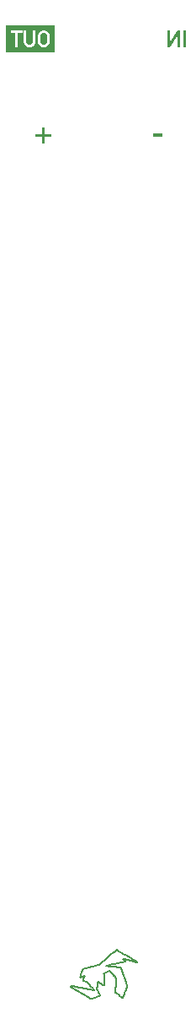
<source format=gbr>
%TF.GenerationSoftware,KiCad,Pcbnew,7.0.2-0*%
%TF.CreationDate,2023-06-28T16:36:39-04:00*%
%TF.ProjectId,Escanaba Euclidean Panel,45736361-6e61-4626-9120-4575636c6964,rev?*%
%TF.SameCoordinates,Original*%
%TF.FileFunction,Legend,Bot*%
%TF.FilePolarity,Positive*%
%FSLAX46Y46*%
G04 Gerber Fmt 4.6, Leading zero omitted, Abs format (unit mm)*
G04 Created by KiCad (PCBNEW 7.0.2-0) date 2023-06-28 16:36:39*
%MOMM*%
%LPD*%
G01*
G04 APERTURE LIST*
%ADD10C,0.127000*%
%ADD11C,0.200000*%
G04 APERTURE END LIST*
D10*
X99104737Y-154979559D02*
X99108379Y-154979970D01*
X99111851Y-154980614D01*
X99115102Y-154981495D01*
X99116629Y-154982025D01*
X99118082Y-154982615D01*
X99119455Y-154983267D01*
X99120740Y-154983980D01*
X99301980Y-155083531D01*
X99483219Y-155185068D01*
X99614518Y-155257825D01*
X99680788Y-155294452D01*
X99747802Y-155330583D01*
X100160552Y-155558122D01*
X100446302Y-155716875D01*
X100859052Y-155941774D01*
X101187135Y-156116395D01*
X101191561Y-156118969D01*
X101195874Y-156121729D01*
X101200024Y-156124675D01*
X101203961Y-156127806D01*
X101207635Y-156131124D01*
X101209357Y-156132853D01*
X101210994Y-156134628D01*
X101212540Y-156136450D01*
X101213989Y-156138318D01*
X101215335Y-156140233D01*
X101216570Y-156142194D01*
X101217689Y-156144202D01*
X101218686Y-156146256D01*
X101219553Y-156148357D01*
X101220286Y-156150504D01*
X101220877Y-156152698D01*
X101221320Y-156154938D01*
X101221609Y-156157225D01*
X101221738Y-156159558D01*
X101221700Y-156161937D01*
X101221489Y-156164363D01*
X101221099Y-156166836D01*
X101220523Y-156169355D01*
X101219756Y-156171920D01*
X101218790Y-156174532D01*
X101217620Y-156177190D01*
X101216239Y-156179895D01*
X101213198Y-156184726D01*
X101210018Y-156189274D01*
X101206682Y-156193505D01*
X101204951Y-156195490D01*
X101203176Y-156197383D01*
X101201354Y-156199178D01*
X101199483Y-156200873D01*
X101197563Y-156202462D01*
X101195590Y-156203941D01*
X101193562Y-156205305D01*
X101191479Y-156206551D01*
X101189337Y-156207674D01*
X101187135Y-156208669D01*
X101184872Y-156209533D01*
X101182544Y-156210260D01*
X101180150Y-156210847D01*
X101177689Y-156211289D01*
X101175158Y-156211582D01*
X101172555Y-156211721D01*
X101169878Y-156211702D01*
X101167126Y-156211521D01*
X101164297Y-156211174D01*
X101161388Y-156210655D01*
X101158397Y-156209961D01*
X101155323Y-156209087D01*
X101152164Y-156208029D01*
X101148918Y-156206782D01*
X101145583Y-156205343D01*
X101142156Y-156203706D01*
X101134655Y-156200413D01*
X101127041Y-156197458D01*
X101119326Y-156194805D01*
X101111522Y-156192419D01*
X101103641Y-156190266D01*
X101095694Y-156188311D01*
X101079648Y-156184854D01*
X101047278Y-156178777D01*
X101031139Y-156175598D01*
X101015156Y-156171953D01*
X100981463Y-156163976D01*
X100948018Y-156155752D01*
X100931466Y-156151469D01*
X100915069Y-156147030D01*
X100898858Y-156142404D01*
X100882864Y-156137559D01*
X100841193Y-156125694D01*
X100799521Y-156114078D01*
X100757849Y-156102957D01*
X100716177Y-156092577D01*
X100670537Y-156081125D01*
X100624896Y-156070419D01*
X100533615Y-156050241D01*
X100442334Y-156026099D01*
X100396693Y-156013408D01*
X100351052Y-155999971D01*
X100176426Y-155957635D01*
X100085145Y-155933493D01*
X100039505Y-155920802D01*
X99993865Y-155907365D01*
X99873479Y-155874623D01*
X99813039Y-155858623D01*
X99782973Y-155851043D01*
X99753094Y-155843866D01*
X99750118Y-155843430D01*
X99747141Y-155843106D01*
X99744164Y-155842883D01*
X99741188Y-155842749D01*
X99738211Y-155842693D01*
X99735235Y-155842702D01*
X99729281Y-155842873D01*
X99717375Y-155843494D01*
X99711422Y-155843757D01*
X99705469Y-155843866D01*
X99716383Y-155863049D01*
X99717765Y-155865249D01*
X99719189Y-155867380D01*
X99720668Y-155869433D01*
X99722212Y-155871401D01*
X99723834Y-155873277D01*
X99725546Y-155875051D01*
X99727358Y-155876717D01*
X99729282Y-155878267D01*
X99935656Y-156058183D01*
X99938276Y-156060716D01*
X99940680Y-156063348D01*
X99942869Y-156066069D01*
X99944844Y-156068870D01*
X99946606Y-156071740D01*
X99948155Y-156074670D01*
X99949494Y-156077651D01*
X99950622Y-156080672D01*
X99951540Y-156083725D01*
X99952251Y-156086798D01*
X99952754Y-156089884D01*
X99953050Y-156092971D01*
X99953142Y-156096050D01*
X99953029Y-156099112D01*
X99952712Y-156102147D01*
X99952193Y-156105145D01*
X99951472Y-156108096D01*
X99950551Y-156110992D01*
X99949430Y-156113821D01*
X99948110Y-156116575D01*
X99946593Y-156119244D01*
X99944879Y-156121817D01*
X99942970Y-156124286D01*
X99940865Y-156126641D01*
X99938567Y-156128871D01*
X99936076Y-156130968D01*
X99933393Y-156132922D01*
X99930520Y-156134722D01*
X99927456Y-156136360D01*
X99924204Y-156137825D01*
X99920763Y-156139108D01*
X99917136Y-156140199D01*
X99869511Y-156151651D01*
X99821886Y-156162357D01*
X99726635Y-156182535D01*
X99575822Y-156211633D01*
X99536135Y-156221514D01*
X99496448Y-156231147D01*
X99456760Y-156240286D01*
X99436916Y-156244592D01*
X99417073Y-156248682D01*
X99282136Y-156277780D01*
X99242035Y-156286172D01*
X99201438Y-156295309D01*
X99160841Y-156304943D01*
X99120740Y-156314828D01*
X98977865Y-156346574D01*
X98940121Y-156354924D01*
X98902128Y-156363771D01*
X98863639Y-156372617D01*
X98844131Y-156376886D01*
X98824406Y-156380968D01*
X98786744Y-156388495D01*
X98749330Y-156395524D01*
X98712412Y-156402551D01*
X98694217Y-156406219D01*
X98676239Y-156410074D01*
X98477802Y-156460344D01*
X98458831Y-156464199D01*
X98439644Y-156467868D01*
X98400742Y-156474896D01*
X98361344Y-156481923D01*
X98321698Y-156489442D01*
X98174854Y-156521523D01*
X98101432Y-156538185D01*
X98028010Y-156555589D01*
X98027514Y-156555604D01*
X98027018Y-156555649D01*
X98026522Y-156555722D01*
X98026025Y-156555822D01*
X98025529Y-156555946D01*
X98025033Y-156556095D01*
X98024041Y-156556457D01*
X98023049Y-156556896D01*
X98022056Y-156557402D01*
X98021064Y-156557961D01*
X98020072Y-156558564D01*
X98018088Y-156559850D01*
X98016103Y-156561167D01*
X98015111Y-156561808D01*
X98014119Y-156562423D01*
X98013126Y-156562998D01*
X98012134Y-156563524D01*
X98012630Y-156563787D01*
X98013126Y-156564079D01*
X98014119Y-156564739D01*
X98015111Y-156565484D01*
X98016103Y-156566295D01*
X98018088Y-156568038D01*
X98020072Y-156569811D01*
X98021064Y-156570661D01*
X98022056Y-156571461D01*
X98023049Y-156572191D01*
X98024041Y-156572831D01*
X98024537Y-156573112D01*
X98025033Y-156573363D01*
X98025529Y-156573582D01*
X98026025Y-156573767D01*
X98026522Y-156573915D01*
X98027018Y-156574024D01*
X98027514Y-156574091D01*
X98028010Y-156574113D01*
X98095065Y-156581596D01*
X98161624Y-156588336D01*
X98295238Y-156600572D01*
X98538655Y-156627031D01*
X98813821Y-156653490D01*
X99067821Y-156679948D01*
X99145625Y-156687434D01*
X99223925Y-156694174D01*
X99380029Y-156706415D01*
X99396783Y-156707531D01*
X99413350Y-156708895D01*
X99429794Y-156710507D01*
X99446175Y-156712367D01*
X99462557Y-156714474D01*
X99479000Y-156716829D01*
X99495568Y-156719432D01*
X99512321Y-156722284D01*
X99513576Y-156722330D01*
X99514859Y-156722465D01*
X99516166Y-156722687D01*
X99517494Y-156722992D01*
X99518839Y-156723376D01*
X99520198Y-156723836D01*
X99522946Y-156724971D01*
X99525708Y-156726370D01*
X99528460Y-156728005D01*
X99531172Y-156729849D01*
X99533818Y-156731876D01*
X99536372Y-156734057D01*
X99538805Y-156736367D01*
X99541091Y-156738777D01*
X99543203Y-156741261D01*
X99545113Y-156743791D01*
X99546794Y-156746341D01*
X99548220Y-156748883D01*
X99549363Y-156751390D01*
X99564783Y-156791077D01*
X99579459Y-156830762D01*
X99593639Y-156870448D01*
X99607571Y-156910135D01*
X99626960Y-156965700D01*
X99645605Y-157021264D01*
X99681654Y-157132387D01*
X99717373Y-157235905D01*
X99753092Y-157341409D01*
X99827175Y-157555719D01*
X99898613Y-157764741D01*
X99967404Y-157973772D01*
X100018667Y-158115321D01*
X100043678Y-158185850D01*
X100067946Y-158256876D01*
X100168487Y-158545267D01*
X100171774Y-158554419D01*
X100175432Y-158563912D01*
X100179091Y-158573593D01*
X100180804Y-158578454D01*
X100182378Y-158583304D01*
X100183765Y-158588123D01*
X100184920Y-158592891D01*
X100185796Y-158597590D01*
X100186346Y-158602199D01*
X100186525Y-158606700D01*
X100186460Y-158608903D01*
X100186284Y-158611072D01*
X100185993Y-158613205D01*
X100185579Y-158615298D01*
X100185037Y-158617349D01*
X100184362Y-158619356D01*
X100174967Y-158648129D01*
X100164766Y-158676901D01*
X100153945Y-158705673D01*
X100142690Y-158734445D01*
X100119622Y-158791989D01*
X100097049Y-158849535D01*
X100050747Y-158970912D01*
X100027844Y-159030734D01*
X100004446Y-159090311D01*
X99938300Y-159249063D01*
X99907335Y-159330795D01*
X99877115Y-159412773D01*
X99846398Y-159494256D01*
X99830466Y-159534580D01*
X99813945Y-159574502D01*
X99804664Y-159596205D01*
X99794763Y-159617661D01*
X99784365Y-159638869D01*
X99773596Y-159659829D01*
X99751437Y-159701005D01*
X99729278Y-159741189D01*
X99727511Y-159744081D01*
X99725684Y-159746802D01*
X99723799Y-159749353D01*
X99721858Y-159751733D01*
X99719862Y-159753942D01*
X99717814Y-159755981D01*
X99715716Y-159757849D01*
X99713569Y-159759547D01*
X99711375Y-159761075D01*
X99709138Y-159762431D01*
X99706857Y-159763617D01*
X99704536Y-159764633D01*
X99702176Y-159765478D01*
X99699779Y-159766153D01*
X99697347Y-159766657D01*
X99694883Y-159766990D01*
X99692387Y-159767153D01*
X99689862Y-159767145D01*
X99687310Y-159766967D01*
X99684733Y-159766619D01*
X99682133Y-159766099D01*
X99679511Y-159765410D01*
X99676871Y-159764549D01*
X99674212Y-159763518D01*
X99671538Y-159762317D01*
X99668851Y-159760945D01*
X99666152Y-159759402D01*
X99663443Y-159757689D01*
X99660726Y-159755806D01*
X99658004Y-159753752D01*
X99655277Y-159751527D01*
X99652549Y-159749132D01*
X99570528Y-159677690D01*
X99439890Y-159574506D01*
X99375191Y-159522916D01*
X99311236Y-159471323D01*
X99123382Y-159312570D01*
X99105440Y-159296737D01*
X99096314Y-159288897D01*
X99087002Y-159281150D01*
X99077442Y-159273527D01*
X99067572Y-159266058D01*
X99062501Y-159262392D01*
X99057330Y-159258776D01*
X99052050Y-159255214D01*
X99046653Y-159251710D01*
X99038788Y-159246712D01*
X99031109Y-159241613D01*
X99023678Y-159236374D01*
X99016557Y-159230958D01*
X99009808Y-159225324D01*
X99003493Y-159219435D01*
X98997674Y-159213251D01*
X98994970Y-159210036D01*
X98992414Y-159206733D01*
X98990012Y-159203337D01*
X98987773Y-159199844D01*
X98985705Y-159196247D01*
X98983815Y-159192543D01*
X98982111Y-159188727D01*
X98980600Y-159184793D01*
X98979292Y-159180738D01*
X98978192Y-159176555D01*
X98977310Y-159172240D01*
X98976652Y-159167789D01*
X98976227Y-159163197D01*
X98976043Y-159158457D01*
X98976106Y-159153567D01*
X98976425Y-159148521D01*
X98977008Y-159143314D01*
X98977862Y-159137941D01*
X98991090Y-159082384D01*
X99017549Y-158764879D01*
X99018660Y-158748124D01*
X99019987Y-158731556D01*
X99023170Y-158698732D01*
X99026850Y-158665907D01*
X99030777Y-158632585D01*
X99057235Y-158315080D01*
X99061163Y-158281759D01*
X99064842Y-158248937D01*
X99068026Y-158216115D01*
X99069354Y-158199548D01*
X99070465Y-158182794D01*
X99073762Y-158143106D01*
X99077493Y-158103418D01*
X99085017Y-158024042D01*
X99088190Y-157984354D01*
X99090556Y-157944665D01*
X99091807Y-157904977D01*
X99091631Y-157865289D01*
X99091517Y-157861816D01*
X99091179Y-157858343D01*
X99090629Y-157854872D01*
X99089874Y-157851402D01*
X99088926Y-157847934D01*
X99087794Y-157844468D01*
X99086488Y-157841006D01*
X99085017Y-157837547D01*
X99081619Y-157830641D01*
X99077679Y-157823754D01*
X99073273Y-157816891D01*
X99068480Y-157810055D01*
X99063377Y-157803250D01*
X99058041Y-157796480D01*
X99046983Y-157783060D01*
X99035924Y-157769825D01*
X99025486Y-157756807D01*
X99004417Y-157731237D01*
X98982946Y-157706038D01*
X98939166Y-157656263D01*
X98894889Y-157606487D01*
X98872798Y-157581289D01*
X98850861Y-157555719D01*
X98795257Y-157492634D01*
X98739405Y-157430043D01*
X98625966Y-157304361D01*
X98406361Y-157058305D01*
X98405586Y-157057576D01*
X98404753Y-157056879D01*
X98403863Y-157056213D01*
X98402919Y-157055580D01*
X98400885Y-157054414D01*
X98398672Y-157053383D01*
X98396304Y-157052492D01*
X98393804Y-157051744D01*
X98391196Y-157051144D01*
X98388502Y-157050695D01*
X98385746Y-157050401D01*
X98382952Y-157050267D01*
X98380142Y-157050295D01*
X98377340Y-157050490D01*
X98374568Y-157050856D01*
X98371851Y-157051397D01*
X98369212Y-157052116D01*
X98366673Y-157053018D01*
X98306770Y-157079268D01*
X98246618Y-157106263D01*
X98186963Y-157133754D01*
X98128547Y-157161493D01*
X98059549Y-157195684D01*
X97991295Y-157230617D01*
X97856027Y-157301721D01*
X97855035Y-157302256D01*
X97854045Y-157302864D01*
X97853059Y-157303541D01*
X97852079Y-157304285D01*
X97851106Y-157305091D01*
X97850144Y-157305955D01*
X97848255Y-157307841D01*
X97846428Y-157309913D01*
X97844679Y-157312140D01*
X97843022Y-157314492D01*
X97841475Y-157316936D01*
X97840051Y-157319442D01*
X97838767Y-157321980D01*
X97837638Y-157324517D01*
X97836679Y-157327024D01*
X97835907Y-157329469D01*
X97835336Y-157331821D01*
X97835131Y-157332952D01*
X97834982Y-157334049D01*
X97834891Y-157335107D01*
X97834860Y-157336122D01*
X97837299Y-157409542D01*
X97840482Y-157482962D01*
X97848089Y-157629808D01*
X97855696Y-157918203D01*
X97861318Y-158206598D01*
X97861318Y-158476465D01*
X97861196Y-158479914D01*
X97860836Y-158483308D01*
X97860250Y-158486642D01*
X97859447Y-158489908D01*
X97858440Y-158493098D01*
X97857237Y-158496204D01*
X97855850Y-158499221D01*
X97854290Y-158502141D01*
X97852567Y-158504955D01*
X97850692Y-158507658D01*
X97848676Y-158510241D01*
X97846528Y-158512698D01*
X97844261Y-158515021D01*
X97841884Y-158517204D01*
X97839408Y-158519237D01*
X97836844Y-158521116D01*
X97834203Y-158522831D01*
X97831494Y-158524377D01*
X97828730Y-158525745D01*
X97825920Y-158526928D01*
X97823075Y-158527920D01*
X97820206Y-158528713D01*
X97817323Y-158529299D01*
X97814437Y-158529671D01*
X97811559Y-158529823D01*
X97808700Y-158529746D01*
X97805870Y-158529434D01*
X97803079Y-158528879D01*
X97800339Y-158528074D01*
X97797659Y-158527012D01*
X97795052Y-158525686D01*
X97792527Y-158524087D01*
X97739610Y-158492007D01*
X97726225Y-158483754D01*
X97712903Y-158475345D01*
X97699705Y-158466751D01*
X97686693Y-158457941D01*
X97485610Y-158323340D01*
X97385316Y-158256656D01*
X97284526Y-158190713D01*
X97282364Y-158189436D01*
X97279875Y-158187686D01*
X97274108Y-158183356D01*
X97270922Y-158181070D01*
X97267597Y-158178900D01*
X97265896Y-158177905D01*
X97264178Y-158176994D01*
X97262449Y-158176186D01*
X97260714Y-158175498D01*
X97258978Y-158174951D01*
X97257249Y-158174561D01*
X97255531Y-158174348D01*
X97253830Y-158174329D01*
X97252153Y-158174524D01*
X97250505Y-158174950D01*
X97248892Y-158175626D01*
X97247319Y-158176571D01*
X97245793Y-158177802D01*
X97244319Y-158179339D01*
X97242904Y-158181199D01*
X97241552Y-158183402D01*
X97240270Y-158185965D01*
X97239064Y-158188906D01*
X97237939Y-158192246D01*
X97236901Y-158196001D01*
X97226318Y-158267435D01*
X97206805Y-158361363D01*
X97197668Y-158408078D01*
X97189276Y-158455286D01*
X97181793Y-158505309D01*
X97175055Y-158555830D01*
X97162818Y-158656374D01*
X97161737Y-158663290D01*
X97160493Y-158670147D01*
X97157609Y-158683702D01*
X97154354Y-158697071D01*
X97150912Y-158710284D01*
X97147470Y-158723373D01*
X97144214Y-158736369D01*
X97141331Y-158749304D01*
X97140087Y-158755758D01*
X97139005Y-158762208D01*
X97132846Y-158789948D01*
X97129937Y-158803740D01*
X97127430Y-158817439D01*
X97126396Y-158824243D01*
X97125544Y-158831013D01*
X97124901Y-158837745D01*
X97124495Y-158844433D01*
X97124352Y-158851075D01*
X97124500Y-158857667D01*
X97124966Y-158864204D01*
X97125777Y-158870683D01*
X97126980Y-158877570D01*
X97128578Y-158884343D01*
X97130532Y-158891016D01*
X97132805Y-158897600D01*
X97135356Y-158904105D01*
X97138148Y-158910545D01*
X97141142Y-158916931D01*
X97144298Y-158923274D01*
X97150943Y-158935878D01*
X97157774Y-158948451D01*
X97164482Y-158961087D01*
X97167692Y-158967457D01*
X97170755Y-158973878D01*
X97271297Y-159193475D01*
X97307471Y-159270456D01*
X97344388Y-159346937D01*
X97419465Y-159500398D01*
X97420860Y-159503374D01*
X97422073Y-159506345D01*
X97423105Y-159509309D01*
X97423960Y-159512262D01*
X97424641Y-159515198D01*
X97425150Y-159518116D01*
X97425491Y-159521010D01*
X97425666Y-159523877D01*
X97425678Y-159526713D01*
X97425530Y-159529514D01*
X97425225Y-159532277D01*
X97424767Y-159534997D01*
X97424157Y-159537670D01*
X97423398Y-159540293D01*
X97422495Y-159542862D01*
X97421449Y-159545372D01*
X97420263Y-159547821D01*
X97418941Y-159550204D01*
X97417486Y-159552517D01*
X97415899Y-159554757D01*
X97414184Y-159556919D01*
X97412345Y-159558999D01*
X97410383Y-159560995D01*
X97408303Y-159562901D01*
X97406106Y-159564715D01*
X97403795Y-159566431D01*
X97401374Y-159568047D01*
X97398846Y-159569558D01*
X97396213Y-159570961D01*
X97393478Y-159572251D01*
X97390644Y-159573425D01*
X97387715Y-159574480D01*
X97322230Y-159598745D01*
X97256745Y-159623757D01*
X97125777Y-159675020D01*
X97019943Y-159718345D01*
X96967275Y-159739391D01*
X96914110Y-159759691D01*
X96848212Y-159785446D01*
X96781818Y-159810954D01*
X96715425Y-159835965D01*
X96649527Y-159860231D01*
X96622572Y-159871022D01*
X96608599Y-159876371D01*
X96601597Y-159878830D01*
X96594626Y-159881069D01*
X96587716Y-159883028D01*
X96580900Y-159884650D01*
X96574208Y-159885877D01*
X96567671Y-159886650D01*
X96561320Y-159886911D01*
X96555186Y-159886602D01*
X96552210Y-159886216D01*
X96549300Y-159885665D01*
X96546460Y-159884943D01*
X96543693Y-159884042D01*
X96532840Y-159879863D01*
X96522103Y-159875289D01*
X96511474Y-159870358D01*
X96500946Y-159865109D01*
X96490512Y-159859582D01*
X96480162Y-159853813D01*
X96459688Y-159841711D01*
X96379652Y-159791437D01*
X96252982Y-159716032D01*
X96190268Y-159678329D01*
X96128297Y-159640626D01*
X95956317Y-159540079D01*
X95678505Y-159376039D01*
X95572671Y-159309892D01*
X95524591Y-159282112D01*
X95475767Y-159254330D01*
X95376879Y-159198762D01*
X95318919Y-159163087D01*
X95260463Y-159127658D01*
X95202006Y-159092725D01*
X95144046Y-159058534D01*
X94953546Y-158947412D01*
X94726004Y-158809831D01*
X94668002Y-158774568D01*
X94609257Y-158740048D01*
X94550015Y-158706024D01*
X94490525Y-158672250D01*
X94486595Y-158669677D01*
X94482778Y-158666917D01*
X94479124Y-158663971D01*
X94475683Y-158660839D01*
X94474058Y-158659204D01*
X94472506Y-158657521D01*
X94471031Y-158655793D01*
X94469642Y-158654017D01*
X94468344Y-158652196D01*
X94467143Y-158650327D01*
X94466046Y-158648413D01*
X94465058Y-158646451D01*
X94464187Y-158644444D01*
X94463439Y-158642390D01*
X94462819Y-158640289D01*
X94462335Y-158638142D01*
X94461992Y-158635948D01*
X94461797Y-158633708D01*
X94461756Y-158631421D01*
X94461875Y-158629088D01*
X94462161Y-158626709D01*
X94462620Y-158624283D01*
X94463258Y-158621810D01*
X94464082Y-158619291D01*
X94465097Y-158616726D01*
X94466311Y-158614114D01*
X94467729Y-158611456D01*
X94469358Y-158608751D01*
X94472012Y-158603464D01*
X94473772Y-158600797D01*
X94475577Y-158598254D01*
X94477428Y-158595833D01*
X94479324Y-158593536D01*
X94481265Y-158591360D01*
X94483250Y-158589306D01*
X94485278Y-158587373D01*
X94487350Y-158585561D01*
X94489464Y-158583869D01*
X94491620Y-158582297D01*
X94493818Y-158580843D01*
X94496057Y-158579509D01*
X94498337Y-158578293D01*
X94500657Y-158577194D01*
X94503017Y-158576213D01*
X94505416Y-158575348D01*
X94507854Y-158574600D01*
X94510330Y-158573968D01*
X94512844Y-158573451D01*
X94515395Y-158573049D01*
X94517983Y-158572761D01*
X94520607Y-158572587D01*
X94523267Y-158572526D01*
X94525963Y-158572579D01*
X94528693Y-158572743D01*
X94531458Y-158573020D01*
X94534256Y-158573408D01*
X94537089Y-158573908D01*
X94539954Y-158574517D01*
X94542851Y-158575237D01*
X94545781Y-158576067D01*
X94548742Y-158577005D01*
X94550726Y-158577530D01*
X94552710Y-158578106D01*
X94556679Y-158579362D01*
X94564617Y-158581965D01*
X94568585Y-158583127D01*
X94570570Y-158583632D01*
X94572554Y-158584072D01*
X94574539Y-158584434D01*
X94576523Y-158584707D01*
X94578507Y-158584879D01*
X94580492Y-158584939D01*
X94755116Y-158614038D01*
X95019700Y-158664308D01*
X95039998Y-158668279D01*
X95061040Y-158672249D01*
X95104366Y-158680185D01*
X95146079Y-158690066D01*
X95188040Y-158699699D01*
X95230498Y-158708837D01*
X95251990Y-158713144D01*
X95273699Y-158717233D01*
X95445679Y-158746332D01*
X95468381Y-158750527D01*
X95490865Y-158755096D01*
X95535307Y-158764853D01*
X95579252Y-158774612D01*
X95601116Y-158779182D01*
X95622949Y-158783380D01*
X95664579Y-158790903D01*
X95705962Y-158797929D01*
X95746848Y-158804956D01*
X95767028Y-158808624D01*
X95786991Y-158812479D01*
X95961615Y-158849519D01*
X96138886Y-158878625D01*
X96206727Y-158890984D01*
X96274815Y-158904089D01*
X96342408Y-158917691D01*
X96408761Y-158931543D01*
X96488136Y-158947420D01*
X96660116Y-158984460D01*
X96842678Y-159021509D01*
X96866490Y-159021509D01*
X96865493Y-159018538D01*
X96864464Y-159015598D01*
X96863374Y-159012720D01*
X96862796Y-159011313D01*
X96862190Y-159009934D01*
X96861554Y-159008586D01*
X96860883Y-159007273D01*
X96860173Y-159005998D01*
X96859420Y-159004766D01*
X96858621Y-159003581D01*
X96857772Y-159002447D01*
X96856868Y-159001367D01*
X96855906Y-159000345D01*
X96744782Y-158862764D01*
X96477553Y-158555849D01*
X96460567Y-158536121D01*
X96443364Y-158516611D01*
X96425975Y-158497288D01*
X96408431Y-158478121D01*
X96373002Y-158440131D01*
X96337325Y-158402391D01*
X96336327Y-158400300D01*
X96335299Y-158398053D01*
X96334209Y-158395744D01*
X96333630Y-158394595D01*
X96333025Y-158393466D01*
X96332389Y-158392367D01*
X96331718Y-158391310D01*
X96331008Y-158390308D01*
X96330255Y-158389372D01*
X96329456Y-158388512D01*
X96328606Y-158387742D01*
X96328162Y-158387394D01*
X96327703Y-158387072D01*
X96327229Y-158386778D01*
X96326741Y-158386514D01*
X96313072Y-158370533D01*
X96299745Y-158354396D01*
X96273493Y-158322028D01*
X96260259Y-158305982D01*
X96246746Y-158290153D01*
X96232798Y-158274633D01*
X96225613Y-158267018D01*
X96218261Y-158259515D01*
X96213180Y-158255142D01*
X96207869Y-158250942D01*
X96202350Y-158246906D01*
X96196640Y-158243021D01*
X96190760Y-158239275D01*
X96184729Y-158235657D01*
X96178566Y-158232155D01*
X96172290Y-158228758D01*
X96159480Y-158222232D01*
X96146452Y-158215985D01*
X96120367Y-158203958D01*
X95802866Y-158039911D01*
X95769023Y-158021490D01*
X95755619Y-158013734D01*
X95744451Y-158006633D01*
X95739680Y-158003255D01*
X95735438Y-157999951D01*
X95731714Y-157996693D01*
X95728499Y-157993451D01*
X95725781Y-157990195D01*
X95723551Y-157986897D01*
X95721799Y-157983525D01*
X95720515Y-157980052D01*
X95719687Y-157976446D01*
X95719307Y-157972679D01*
X95719364Y-157968722D01*
X95719848Y-157964544D01*
X95720748Y-157960116D01*
X95722055Y-157955408D01*
X95723758Y-157950392D01*
X95725847Y-157945037D01*
X95731144Y-157933193D01*
X95737862Y-157919639D01*
X95755241Y-157886461D01*
X95774733Y-157848751D01*
X95793605Y-157811010D01*
X95829986Y-157735314D01*
X95900761Y-157582193D01*
X95900994Y-157581681D01*
X95901197Y-157581141D01*
X95901372Y-157580573D01*
X95901521Y-157579980D01*
X95901744Y-157578727D01*
X95901877Y-157577396D01*
X95901933Y-157576003D01*
X95901924Y-157574564D01*
X95901860Y-157573094D01*
X95901753Y-157571608D01*
X95901459Y-157568653D01*
X95901133Y-157565822D01*
X95900870Y-157563239D01*
X95900790Y-157562080D01*
X95900761Y-157561029D01*
X95882241Y-157561029D01*
X95805511Y-157592775D01*
X95662967Y-157651976D01*
X95592315Y-157680956D01*
X95522407Y-157709192D01*
X95521385Y-157709657D01*
X95520304Y-157710061D01*
X95519169Y-157710407D01*
X95517984Y-157710694D01*
X95515477Y-157711103D01*
X95512816Y-157711298D01*
X95510031Y-157711292D01*
X95507152Y-157711097D01*
X95504212Y-157710723D01*
X95501241Y-157710183D01*
X95498269Y-157709487D01*
X95495329Y-157708649D01*
X95492451Y-157707678D01*
X95489665Y-157706588D01*
X95487004Y-157705389D01*
X95484498Y-157704093D01*
X95482178Y-157702712D01*
X95480074Y-157701257D01*
X95478034Y-157699152D01*
X95475904Y-157696827D01*
X95473720Y-157694307D01*
X95471516Y-157691622D01*
X95469329Y-157688796D01*
X95467191Y-157685859D01*
X95465139Y-157682836D01*
X95463207Y-157679756D01*
X95461430Y-157676644D01*
X95459843Y-157673529D01*
X95458480Y-157670437D01*
X95457378Y-157667395D01*
X95456934Y-157665901D01*
X95456569Y-157664431D01*
X95456287Y-157662986D01*
X95456091Y-157661571D01*
X95455986Y-157660189D01*
X95455976Y-157658843D01*
X95456067Y-157657537D01*
X95456261Y-157656274D01*
X95457374Y-157649329D01*
X95458711Y-157642387D01*
X95460249Y-157635453D01*
X95461967Y-157628532D01*
X95465842Y-157614739D01*
X95470152Y-157601040D01*
X95479330Y-157574045D01*
X95483826Y-157560811D01*
X95488011Y-157547792D01*
X95511493Y-157480652D01*
X95522613Y-157447704D01*
X95532990Y-157415498D01*
X95591198Y-157211778D01*
X95605585Y-157162168D01*
X95620964Y-157112558D01*
X95637336Y-157062948D01*
X95654699Y-157013338D01*
X95657949Y-157003684D01*
X95660853Y-156993654D01*
X95666233Y-156972948D01*
X95669010Y-156962512D01*
X95672047Y-156952180D01*
X95675494Y-156942073D01*
X95679504Y-156932311D01*
X95684226Y-156923013D01*
X95686902Y-156918577D01*
X95689813Y-156914301D01*
X95692978Y-156910202D01*
X95696416Y-156906294D01*
X95700145Y-156902593D01*
X95704185Y-156899113D01*
X95708554Y-156895869D01*
X95713271Y-156892877D01*
X95718356Y-156890151D01*
X95723827Y-156887707D01*
X95729703Y-156885559D01*
X95736002Y-156883722D01*
X95742745Y-156882212D01*
X95749949Y-156881044D01*
X95755897Y-156880920D01*
X95761814Y-156880548D01*
X95764751Y-156880269D01*
X95767669Y-156879927D01*
X95770564Y-156879524D01*
X95773431Y-156879059D01*
X95776267Y-156878532D01*
X95779069Y-156877943D01*
X95781831Y-156877292D01*
X95784551Y-156876580D01*
X95787225Y-156875805D01*
X95789848Y-156874968D01*
X95792417Y-156874070D01*
X95794928Y-156873109D01*
X95926227Y-156833752D01*
X95992497Y-156814694D01*
X96059511Y-156796381D01*
X96218260Y-156754045D01*
X96321448Y-156721303D01*
X96373042Y-156705303D01*
X96398839Y-156697722D01*
X96424635Y-156690546D01*
X96451538Y-156682841D01*
X96478627Y-156675539D01*
X96533114Y-156661771D01*
X96587602Y-156648501D01*
X96641593Y-156634988D01*
X96707078Y-156616674D01*
X96772563Y-156597613D01*
X96903532Y-156558252D01*
X96923380Y-156552528D01*
X96943260Y-156547175D01*
X96983238Y-156537087D01*
X97023711Y-156526998D01*
X97044211Y-156521643D01*
X97064928Y-156515916D01*
X97090724Y-156508528D01*
X97116521Y-156500457D01*
X97168115Y-156483508D01*
X97193912Y-156475250D01*
X97219709Y-156467550D01*
X97245505Y-156460718D01*
X97258404Y-156457724D01*
X97271302Y-156455064D01*
X97285099Y-156451961D01*
X97298706Y-156448594D01*
X97312119Y-156444948D01*
X97325335Y-156441007D01*
X97338349Y-156436757D01*
X97351157Y-156432181D01*
X97363757Y-156427264D01*
X97376143Y-156421990D01*
X97388312Y-156416344D01*
X97400260Y-156410311D01*
X97411984Y-156403875D01*
X97423479Y-156397020D01*
X97434741Y-156389731D01*
X97445767Y-156381993D01*
X97456553Y-156373790D01*
X97467094Y-156365106D01*
X97649657Y-156206354D01*
X97834865Y-156047601D01*
X97880547Y-156007956D01*
X97926477Y-155968559D01*
X97972903Y-155929657D01*
X97996380Y-155910469D01*
X98020073Y-155891496D01*
X98205282Y-155732744D01*
X98387844Y-155573999D01*
X98681531Y-155320001D01*
X98864094Y-155163896D01*
X98915274Y-155119866D01*
X98965958Y-155075589D01*
X99016642Y-155031808D01*
X99042140Y-155010336D01*
X99067823Y-154989267D01*
X99068868Y-154988298D01*
X99070016Y-154987376D01*
X99071260Y-154986502D01*
X99072593Y-154985676D01*
X99075503Y-154984170D01*
X99078696Y-154982861D01*
X99082122Y-154981753D01*
X99085729Y-154980852D01*
X99089469Y-154980159D01*
X99093290Y-154979680D01*
X99097141Y-154979417D01*
X99100974Y-154979376D01*
X99104737Y-154979559D01*
D11*
G36*
X91791762Y-63006498D02*
G01*
X91807885Y-63007389D01*
X91828708Y-63009392D01*
X91848764Y-63012328D01*
X91868050Y-63016197D01*
X91886568Y-63020998D01*
X91904317Y-63026732D01*
X91921297Y-63033398D01*
X91937509Y-63040997D01*
X91949387Y-63047493D01*
X91964540Y-63056607D01*
X91978912Y-63066238D01*
X91992502Y-63076385D01*
X92005312Y-63087049D01*
X92017340Y-63098229D01*
X92028586Y-63109927D01*
X92041546Y-63125275D01*
X92053133Y-63138947D01*
X92063699Y-63153552D01*
X92073245Y-63169090D01*
X92081770Y-63185560D01*
X92089274Y-63202962D01*
X92095757Y-63221297D01*
X92101220Y-63240565D01*
X92105662Y-63260765D01*
X92107859Y-63272303D01*
X92110890Y-63291861D01*
X92113601Y-63314119D01*
X92115231Y-63330459D01*
X92116720Y-63347998D01*
X92118067Y-63366738D01*
X92119272Y-63386678D01*
X92120335Y-63407819D01*
X92121256Y-63430159D01*
X92122036Y-63453700D01*
X92122674Y-63478442D01*
X92123170Y-63504383D01*
X92123525Y-63531525D01*
X92123737Y-63559867D01*
X92123808Y-63589410D01*
X92123790Y-63604329D01*
X92123649Y-63633252D01*
X92123365Y-63660956D01*
X92122940Y-63687441D01*
X92122373Y-63712707D01*
X92121664Y-63736754D01*
X92120813Y-63759581D01*
X92119821Y-63781189D01*
X92118687Y-63801578D01*
X92117411Y-63820748D01*
X92115993Y-63838699D01*
X92114434Y-63855430D01*
X92111829Y-63878242D01*
X92108905Y-63898310D01*
X92105662Y-63915635D01*
X92101220Y-63936402D01*
X92095757Y-63956161D01*
X92089274Y-63974912D01*
X92081770Y-63992655D01*
X92073245Y-64009389D01*
X92063699Y-64025116D01*
X92053133Y-64039834D01*
X92041546Y-64053545D01*
X92033917Y-64062829D01*
X92020225Y-64077563D01*
X92008392Y-64088684D01*
X91995778Y-64099212D01*
X91982383Y-64109148D01*
X91968206Y-64118492D01*
X91953248Y-64127244D01*
X91937509Y-64135403D01*
X91933528Y-64137686D01*
X91917124Y-64146091D01*
X91899952Y-64153337D01*
X91882010Y-64159423D01*
X91863300Y-64164350D01*
X91843822Y-64168118D01*
X91823575Y-64170727D01*
X91802559Y-64172176D01*
X91786292Y-64172502D01*
X91780745Y-64172466D01*
X91764378Y-64171922D01*
X91743195Y-64170183D01*
X91722743Y-64167285D01*
X91703022Y-64163227D01*
X91684032Y-64158010D01*
X91665772Y-64151634D01*
X91648244Y-64144098D01*
X91631446Y-64135403D01*
X91627614Y-64133419D01*
X91612757Y-64125112D01*
X91598656Y-64116212D01*
X91585311Y-64106720D01*
X91572722Y-64096636D01*
X91558049Y-64083197D01*
X91544558Y-64068834D01*
X91532248Y-64053545D01*
X91529253Y-64050236D01*
X91517864Y-64036356D01*
X91507421Y-64021442D01*
X91497923Y-64005495D01*
X91489370Y-63988514D01*
X91481761Y-63970501D01*
X91475098Y-63951454D01*
X91469381Y-63931373D01*
X91465712Y-63915635D01*
X91463661Y-63904390D01*
X91460833Y-63885236D01*
X91458303Y-63863339D01*
X91456781Y-63847217D01*
X91455392Y-63829876D01*
X91454135Y-63811316D01*
X91453010Y-63791536D01*
X91452018Y-63770538D01*
X91451158Y-63748320D01*
X91450430Y-63724883D01*
X91449835Y-63700226D01*
X91449371Y-63674351D01*
X91449041Y-63647256D01*
X91448842Y-63618943D01*
X91448776Y-63589410D01*
X91448793Y-63574488D01*
X91448925Y-63545546D01*
X91449190Y-63517804D01*
X91449587Y-63491262D01*
X91450116Y-63465921D01*
X91450777Y-63441780D01*
X91451571Y-63418839D01*
X91452497Y-63397098D01*
X91453556Y-63376558D01*
X91454747Y-63357218D01*
X91456070Y-63339078D01*
X91457525Y-63322139D01*
X91459957Y-63298980D01*
X91462686Y-63278522D01*
X91465712Y-63260765D01*
X91470721Y-63240477D01*
X91476676Y-63221146D01*
X91483575Y-63202773D01*
X91491419Y-63185358D01*
X91500209Y-63168901D01*
X91509943Y-63153401D01*
X91520623Y-63138859D01*
X91532248Y-63125275D01*
X91537030Y-63119039D01*
X91549813Y-63104013D01*
X91563776Y-63089796D01*
X91575798Y-63079002D01*
X91588576Y-63068726D01*
X91602110Y-63058966D01*
X91616400Y-63049723D01*
X91631446Y-63040997D01*
X91639754Y-63037081D01*
X91656917Y-63029948D01*
X91674811Y-63023748D01*
X91693436Y-63018481D01*
X91712791Y-63014146D01*
X91732878Y-63010744D01*
X91753695Y-63008274D01*
X91769788Y-63007033D01*
X91786292Y-63006318D01*
X91791762Y-63006498D01*
G37*
G36*
X92910080Y-64964016D02*
G01*
X87937778Y-64964016D01*
X87937778Y-62750660D01*
X88473635Y-62750660D01*
X88473635Y-62980510D01*
X88923656Y-62980510D01*
X88923656Y-64402352D01*
X89174475Y-64402352D01*
X89174475Y-62980510D01*
X89624496Y-62980510D01*
X89624496Y-62750660D01*
X89769261Y-62750660D01*
X89769261Y-63850712D01*
X89770438Y-63883103D01*
X89772859Y-63914646D01*
X89776524Y-63945341D01*
X89781434Y-63975189D01*
X89787588Y-64004190D01*
X89794987Y-64032343D01*
X89803630Y-64059648D01*
X89813517Y-64086107D01*
X89824649Y-64111717D01*
X89837025Y-64136481D01*
X89850646Y-64160397D01*
X89865510Y-64183465D01*
X89881620Y-64205686D01*
X89898973Y-64227060D01*
X89917572Y-64247586D01*
X89937414Y-64267264D01*
X89958369Y-64286464D01*
X89980000Y-64304445D01*
X90002310Y-64321206D01*
X90025296Y-64336749D01*
X90048960Y-64351072D01*
X90073301Y-64364176D01*
X90098320Y-64376060D01*
X90124016Y-64386726D01*
X90150389Y-64396172D01*
X90177439Y-64404399D01*
X90205167Y-64411407D01*
X90233572Y-64417196D01*
X90262655Y-64421766D01*
X90292415Y-64425116D01*
X90322852Y-64427247D01*
X90353966Y-64428159D01*
X90384548Y-64427246D01*
X90414497Y-64425110D01*
X90443813Y-64421751D01*
X90472495Y-64417171D01*
X90500544Y-64411368D01*
X90527960Y-64404343D01*
X90554743Y-64396095D01*
X90580892Y-64386625D01*
X90606408Y-64375933D01*
X90631291Y-64364018D01*
X90655541Y-64350881D01*
X90679158Y-64336522D01*
X90702141Y-64320940D01*
X90724491Y-64304136D01*
X90746208Y-64286110D01*
X90767292Y-64266861D01*
X90787762Y-64247082D01*
X90806930Y-64226455D01*
X90824797Y-64204980D01*
X90841363Y-64182659D01*
X90856628Y-64159489D01*
X90870592Y-64135473D01*
X90883255Y-64110609D01*
X90894617Y-64084897D01*
X90904677Y-64058338D01*
X90913437Y-64030931D01*
X90920895Y-64002677D01*
X90927053Y-63973576D01*
X90931909Y-63943627D01*
X90935464Y-63912831D01*
X90937718Y-63881187D01*
X90938357Y-63865048D01*
X90938671Y-63848696D01*
X90938671Y-63589410D01*
X91199167Y-63589410D01*
X91199182Y-63606923D01*
X91199224Y-63624078D01*
X91199295Y-63640874D01*
X91199394Y-63657312D01*
X91199678Y-63689114D01*
X91200075Y-63719481D01*
X91200585Y-63748416D01*
X91201209Y-63775917D01*
X91201946Y-63801984D01*
X91202797Y-63826619D01*
X91203761Y-63849819D01*
X91204838Y-63871587D01*
X91206029Y-63891921D01*
X91207333Y-63910821D01*
X91208751Y-63928288D01*
X91211090Y-63951801D01*
X91213684Y-63972089D01*
X91214717Y-63978276D01*
X91218114Y-63996372D01*
X91221957Y-64013774D01*
X91226246Y-64030481D01*
X91230982Y-64046493D01*
X91236165Y-64061811D01*
X91243770Y-64081154D01*
X91252169Y-64099263D01*
X91261362Y-64116136D01*
X91271348Y-64131774D01*
X91275023Y-64138880D01*
X91286892Y-64159882D01*
X91295510Y-64173619D01*
X91304692Y-64187145D01*
X91314437Y-64200460D01*
X91324747Y-64213564D01*
X91335620Y-64226456D01*
X91347058Y-64239138D01*
X91359059Y-64251609D01*
X91371624Y-64263868D01*
X91384753Y-64275917D01*
X91398446Y-64287754D01*
X91412703Y-64299381D01*
X91427524Y-64310796D01*
X91442909Y-64322000D01*
X91458857Y-64332993D01*
X91475494Y-64343998D01*
X91492642Y-64354328D01*
X91510299Y-64363983D01*
X91528467Y-64372965D01*
X91547146Y-64381273D01*
X91566335Y-64388906D01*
X91586034Y-64395865D01*
X91606243Y-64402150D01*
X91626963Y-64407761D01*
X91648193Y-64412697D01*
X91669934Y-64416960D01*
X91692185Y-64420548D01*
X91714946Y-64423462D01*
X91738218Y-64425702D01*
X91762000Y-64427268D01*
X91786292Y-64428159D01*
X91810287Y-64427268D01*
X91833780Y-64425702D01*
X91856773Y-64423462D01*
X91879265Y-64420548D01*
X91901256Y-64416960D01*
X91922746Y-64412697D01*
X91943736Y-64407761D01*
X91964224Y-64402150D01*
X91984211Y-64395865D01*
X92003698Y-64388906D01*
X92022683Y-64381273D01*
X92041168Y-64372965D01*
X92059152Y-64363983D01*
X92076635Y-64354328D01*
X92093617Y-64343998D01*
X92110098Y-64332993D01*
X92126300Y-64322000D01*
X92141942Y-64310796D01*
X92157022Y-64299381D01*
X92171542Y-64287754D01*
X92185501Y-64275917D01*
X92198900Y-64263868D01*
X92211738Y-64251609D01*
X92224014Y-64239138D01*
X92235731Y-64226456D01*
X92246886Y-64213564D01*
X92257481Y-64200460D01*
X92267515Y-64187145D01*
X92276988Y-64173619D01*
X92285900Y-64159882D01*
X92294252Y-64145933D01*
X92302042Y-64131774D01*
X92306522Y-64122455D01*
X92314089Y-64106421D01*
X92321308Y-64090733D01*
X92328180Y-64075393D01*
X92334705Y-64060400D01*
X92336400Y-64055944D01*
X92342035Y-64039231D01*
X92346495Y-64023523D01*
X92350616Y-64006539D01*
X92354396Y-63988280D01*
X92357287Y-63972089D01*
X92358329Y-63965685D01*
X92361256Y-63944322D01*
X92363043Y-63928288D01*
X92364697Y-63910821D01*
X92366218Y-63891921D01*
X92367607Y-63871587D01*
X92368864Y-63849819D01*
X92369989Y-63826619D01*
X92370982Y-63801984D01*
X92371842Y-63775917D01*
X92372569Y-63748416D01*
X92373165Y-63719481D01*
X92373628Y-63689114D01*
X92373959Y-63657312D01*
X92374074Y-63640874D01*
X92374157Y-63624078D01*
X92374207Y-63606923D01*
X92374223Y-63589410D01*
X92374207Y-63571800D01*
X92374157Y-63554559D01*
X92374074Y-63537685D01*
X92373959Y-63521179D01*
X92373628Y-63489271D01*
X92373165Y-63458834D01*
X92372569Y-63429868D01*
X92371842Y-63402373D01*
X92370982Y-63376350D01*
X92369989Y-63351798D01*
X92368864Y-63328717D01*
X92367607Y-63307107D01*
X92366218Y-63286968D01*
X92364697Y-63268301D01*
X92363043Y-63251105D01*
X92360314Y-63228069D01*
X92357287Y-63208343D01*
X92353718Y-63190527D01*
X92349816Y-63173370D01*
X92345581Y-63156872D01*
X92341012Y-63141033D01*
X92334403Y-63120940D01*
X92327201Y-63102019D01*
X92319407Y-63084270D01*
X92311021Y-63067693D01*
X92302042Y-63052287D01*
X92294252Y-63037868D01*
X92285900Y-63023644D01*
X92276988Y-63009616D01*
X92267515Y-62995783D01*
X92257481Y-62982145D01*
X92246886Y-62968702D01*
X92235731Y-62955455D01*
X92224014Y-62942403D01*
X92211738Y-62929547D01*
X92198900Y-62916885D01*
X92185501Y-62904419D01*
X92171542Y-62892149D01*
X92157022Y-62880073D01*
X92141942Y-62868194D01*
X92126300Y-62856509D01*
X92110098Y-62845020D01*
X92093617Y-62833877D01*
X92076635Y-62823433D01*
X92059152Y-62813689D01*
X92041168Y-62804645D01*
X92022683Y-62796299D01*
X92003698Y-62788653D01*
X91984211Y-62781707D01*
X91964224Y-62775460D01*
X91943736Y-62769912D01*
X91922746Y-62765064D01*
X91901256Y-62760915D01*
X91879265Y-62757465D01*
X91856773Y-62754715D01*
X91833780Y-62752664D01*
X91810287Y-62751312D01*
X91786292Y-62750660D01*
X91761952Y-62751306D01*
X91738130Y-62752639D01*
X91714823Y-62754658D01*
X91692034Y-62757364D01*
X91669761Y-62760757D01*
X91648004Y-62764837D01*
X91626765Y-62769603D01*
X91606042Y-62775057D01*
X91585835Y-62781197D01*
X91566146Y-62788023D01*
X91546973Y-62795537D01*
X91528316Y-62803737D01*
X91510176Y-62812624D01*
X91492553Y-62822198D01*
X91475447Y-62832459D01*
X91458857Y-62843407D01*
X91450812Y-62849026D01*
X91435146Y-62860408D01*
X91420043Y-62871982D01*
X91405504Y-62883749D01*
X91391529Y-62895708D01*
X91378118Y-62907858D01*
X91365271Y-62920201D01*
X91352988Y-62932737D01*
X91341268Y-62945464D01*
X91330113Y-62958384D01*
X91319522Y-62971496D01*
X91309494Y-62984799D01*
X91300030Y-62998296D01*
X91291131Y-63011984D01*
X91282795Y-63025864D01*
X91271348Y-63047045D01*
X91268777Y-63050837D01*
X91258989Y-63066737D01*
X91249995Y-63083809D01*
X91241794Y-63102052D01*
X91234388Y-63121468D01*
X91229354Y-63136799D01*
X91224767Y-63152789D01*
X91220626Y-63169438D01*
X91216932Y-63186746D01*
X91213684Y-63204714D01*
X91211926Y-63217605D01*
X91209502Y-63239730D01*
X91208028Y-63256339D01*
X91206667Y-63274434D01*
X91205419Y-63294017D01*
X91204285Y-63315087D01*
X91203264Y-63337643D01*
X91202357Y-63361687D01*
X91201563Y-63387217D01*
X91200883Y-63414234D01*
X91200316Y-63442739D01*
X91199862Y-63472730D01*
X91199522Y-63504208D01*
X91199394Y-63520505D01*
X91199295Y-63537174D01*
X91199224Y-63554214D01*
X91199182Y-63571626D01*
X91199167Y-63589410D01*
X90938671Y-63589410D01*
X90938671Y-62750660D01*
X90689063Y-62750660D01*
X90689063Y-63820872D01*
X90688399Y-63841729D01*
X90687015Y-63861959D01*
X90684909Y-63881562D01*
X90682081Y-63900538D01*
X90678533Y-63918888D01*
X90674262Y-63936610D01*
X90669271Y-63953705D01*
X90663557Y-63970174D01*
X90657123Y-63986015D01*
X90649967Y-64001230D01*
X90642089Y-64015818D01*
X90633490Y-64029778D01*
X90624170Y-64043112D01*
X90614128Y-64055819D01*
X90603365Y-64067899D01*
X90591881Y-64079352D01*
X90586057Y-64085083D01*
X90574098Y-64095999D01*
X90555381Y-64111009D01*
X90535727Y-64124381D01*
X90515138Y-64136115D01*
X90493613Y-64146213D01*
X90471153Y-64154672D01*
X90455659Y-64159403D01*
X90439750Y-64163405D01*
X90423425Y-64166680D01*
X90406684Y-64169227D01*
X90389527Y-64171046D01*
X90371955Y-64172138D01*
X90353966Y-64172502D01*
X90335968Y-64172138D01*
X90318367Y-64171046D01*
X90301163Y-64169227D01*
X90284356Y-64166680D01*
X90267946Y-64163405D01*
X90251932Y-64159403D01*
X90236316Y-64154672D01*
X90213636Y-64146213D01*
X90191849Y-64136115D01*
X90170955Y-64124381D01*
X90150954Y-64111009D01*
X90138117Y-64101184D01*
X90125676Y-64090632D01*
X90113632Y-64079352D01*
X90097108Y-64061938D01*
X90082165Y-64043112D01*
X90073081Y-64029778D01*
X90064699Y-64015818D01*
X90057020Y-64001230D01*
X90050044Y-63986015D01*
X90043770Y-63970174D01*
X90038199Y-63953705D01*
X90033330Y-63936610D01*
X90029163Y-63918888D01*
X90025699Y-63900538D01*
X90022938Y-63881562D01*
X90020879Y-63861959D01*
X90019523Y-63841729D01*
X90018870Y-63820872D01*
X90018870Y-62750660D01*
X89769261Y-62750660D01*
X89624496Y-62750660D01*
X88473635Y-62750660D01*
X87937778Y-62750660D01*
X87937778Y-62214803D01*
X92910080Y-62214803D01*
X92910080Y-64964016D01*
G37*
G36*
X103760647Y-73378471D02*
G01*
X102798070Y-73378471D01*
X102798070Y-73063568D01*
X103760647Y-73063568D01*
X103760647Y-73378471D01*
G37*
G36*
X91837873Y-73170769D02*
G01*
X92522397Y-73170769D01*
X92522397Y-73414205D01*
X91837873Y-73414205D01*
X91837873Y-74096496D01*
X91588295Y-74096496D01*
X91588295Y-73414205D01*
X90903771Y-73414205D01*
X90903771Y-73170769D01*
X91588295Y-73170769D01*
X91588295Y-72488479D01*
X91837873Y-72488479D01*
X91837873Y-73170769D01*
G37*
G36*
X106066118Y-64418691D02*
G01*
X105816509Y-64418691D01*
X105816509Y-62766999D01*
X106066118Y-62766999D01*
X106066118Y-64418691D01*
G37*
G36*
X105470928Y-64418691D02*
G01*
X105221320Y-64418691D01*
X105221320Y-63246861D01*
X105216884Y-63246861D01*
X104473300Y-64418691D01*
X104237402Y-64418691D01*
X104237402Y-62766999D01*
X104486607Y-62766999D01*
X104486607Y-63940845D01*
X104491043Y-63940845D01*
X105236240Y-62766999D01*
X105470928Y-62766999D01*
X105470928Y-64418691D01*
G37*
M02*

</source>
